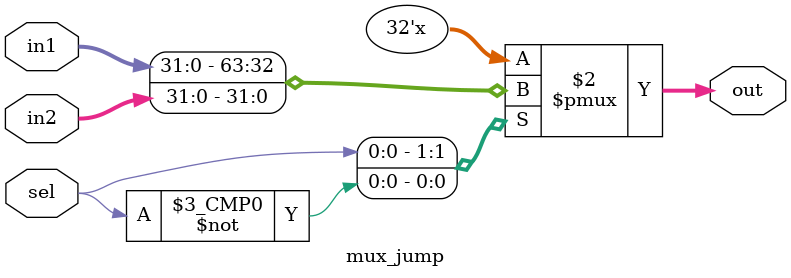
<source format=v>
module mux_jump(in1, in2 , sel , out);
input [31:0] in1 , in2;
input sel ;
output reg [31:0] out;
always @(in1 , in2 ,sel)
begin 
case (sel)
1'b1: out = in1 ;
1'b0: out = in2 ;
endcase
end
endmodule 

</source>
